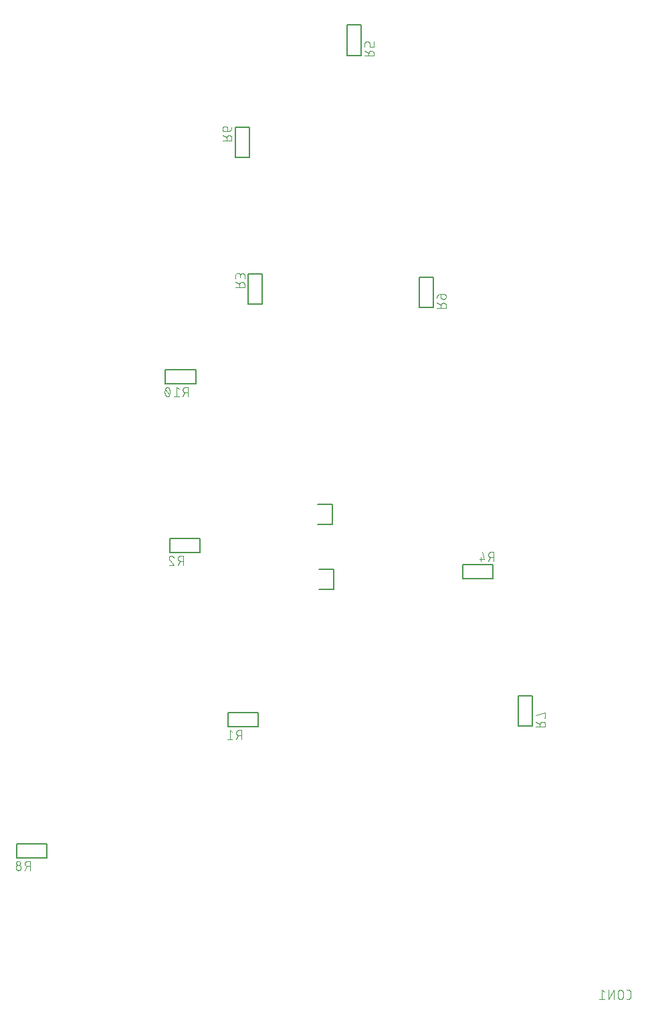
<source format=gbr>
G04 EAGLE Gerber RS-274X export*
G75*
%MOMM*%
%FSLAX34Y34*%
%LPD*%
%INSilkscreen Bottom*%
%IPPOS*%
%AMOC8*
5,1,8,0,0,1.08239X$1,22.5*%
G01*
%ADD10C,0.101600*%
%ADD11C,0.152400*%
%ADD12C,0.127000*%


D10*
X825229Y81958D02*
X827826Y81958D01*
X827925Y81960D01*
X828025Y81966D01*
X828124Y81975D01*
X828222Y81988D01*
X828320Y82005D01*
X828418Y82026D01*
X828514Y82051D01*
X828609Y82079D01*
X828703Y82111D01*
X828796Y82146D01*
X828888Y82185D01*
X828978Y82228D01*
X829066Y82273D01*
X829153Y82323D01*
X829237Y82375D01*
X829320Y82431D01*
X829400Y82489D01*
X829478Y82551D01*
X829553Y82616D01*
X829626Y82684D01*
X829696Y82754D01*
X829764Y82827D01*
X829829Y82902D01*
X829891Y82980D01*
X829949Y83060D01*
X830005Y83143D01*
X830057Y83227D01*
X830107Y83314D01*
X830152Y83402D01*
X830195Y83492D01*
X830234Y83584D01*
X830269Y83677D01*
X830301Y83771D01*
X830329Y83866D01*
X830354Y83962D01*
X830375Y84060D01*
X830392Y84158D01*
X830405Y84256D01*
X830414Y84355D01*
X830420Y84455D01*
X830422Y84554D01*
X830422Y91046D01*
X830420Y91145D01*
X830414Y91245D01*
X830405Y91344D01*
X830392Y91442D01*
X830375Y91540D01*
X830354Y91638D01*
X830329Y91734D01*
X830301Y91829D01*
X830269Y91923D01*
X830234Y92016D01*
X830195Y92108D01*
X830152Y92198D01*
X830107Y92286D01*
X830057Y92373D01*
X830005Y92457D01*
X829949Y92540D01*
X829891Y92620D01*
X829829Y92698D01*
X829764Y92773D01*
X829696Y92846D01*
X829626Y92916D01*
X829553Y92984D01*
X829478Y93049D01*
X829400Y93111D01*
X829320Y93169D01*
X829237Y93225D01*
X829153Y93277D01*
X829066Y93327D01*
X828978Y93372D01*
X828888Y93415D01*
X828796Y93454D01*
X828703Y93489D01*
X828609Y93521D01*
X828514Y93549D01*
X828418Y93574D01*
X828320Y93595D01*
X828222Y93612D01*
X828124Y93625D01*
X828025Y93634D01*
X827925Y93640D01*
X827826Y93642D01*
X825229Y93642D01*
X820864Y90396D02*
X820864Y85204D01*
X820864Y90396D02*
X820862Y90509D01*
X820856Y90622D01*
X820846Y90735D01*
X820832Y90848D01*
X820815Y90960D01*
X820793Y91071D01*
X820768Y91181D01*
X820738Y91291D01*
X820705Y91399D01*
X820668Y91506D01*
X820628Y91612D01*
X820583Y91716D01*
X820535Y91819D01*
X820484Y91920D01*
X820429Y92019D01*
X820371Y92116D01*
X820309Y92211D01*
X820244Y92304D01*
X820176Y92394D01*
X820105Y92482D01*
X820030Y92568D01*
X819953Y92651D01*
X819873Y92731D01*
X819790Y92808D01*
X819704Y92883D01*
X819616Y92954D01*
X819526Y93022D01*
X819433Y93087D01*
X819338Y93149D01*
X819241Y93207D01*
X819142Y93262D01*
X819041Y93313D01*
X818938Y93361D01*
X818834Y93406D01*
X818728Y93446D01*
X818621Y93483D01*
X818513Y93516D01*
X818403Y93546D01*
X818293Y93571D01*
X818182Y93593D01*
X818070Y93610D01*
X817957Y93624D01*
X817844Y93634D01*
X817731Y93640D01*
X817618Y93642D01*
X817505Y93640D01*
X817392Y93634D01*
X817279Y93624D01*
X817166Y93610D01*
X817054Y93593D01*
X816943Y93571D01*
X816833Y93546D01*
X816723Y93516D01*
X816615Y93483D01*
X816508Y93446D01*
X816402Y93406D01*
X816298Y93361D01*
X816195Y93313D01*
X816094Y93262D01*
X815995Y93207D01*
X815898Y93149D01*
X815803Y93087D01*
X815710Y93022D01*
X815620Y92954D01*
X815532Y92883D01*
X815446Y92808D01*
X815363Y92731D01*
X815283Y92651D01*
X815206Y92568D01*
X815131Y92482D01*
X815060Y92394D01*
X814992Y92304D01*
X814927Y92211D01*
X814865Y92116D01*
X814807Y92019D01*
X814752Y91920D01*
X814701Y91819D01*
X814653Y91716D01*
X814608Y91612D01*
X814568Y91506D01*
X814531Y91399D01*
X814498Y91291D01*
X814468Y91181D01*
X814443Y91071D01*
X814421Y90960D01*
X814404Y90848D01*
X814390Y90735D01*
X814380Y90622D01*
X814374Y90509D01*
X814372Y90396D01*
X814373Y90396D02*
X814373Y85204D01*
X814372Y85204D02*
X814374Y85091D01*
X814380Y84978D01*
X814390Y84865D01*
X814404Y84752D01*
X814421Y84640D01*
X814443Y84529D01*
X814468Y84419D01*
X814498Y84309D01*
X814531Y84201D01*
X814568Y84094D01*
X814608Y83988D01*
X814653Y83884D01*
X814701Y83781D01*
X814752Y83680D01*
X814807Y83581D01*
X814865Y83484D01*
X814927Y83389D01*
X814992Y83296D01*
X815060Y83206D01*
X815131Y83118D01*
X815206Y83032D01*
X815283Y82949D01*
X815363Y82869D01*
X815446Y82792D01*
X815532Y82717D01*
X815620Y82646D01*
X815710Y82578D01*
X815803Y82513D01*
X815898Y82451D01*
X815995Y82393D01*
X816094Y82338D01*
X816195Y82287D01*
X816298Y82239D01*
X816402Y82194D01*
X816508Y82154D01*
X816615Y82117D01*
X816723Y82084D01*
X816833Y82054D01*
X816943Y82029D01*
X817054Y82007D01*
X817166Y81990D01*
X817279Y81976D01*
X817392Y81966D01*
X817505Y81960D01*
X817618Y81958D01*
X817731Y81960D01*
X817844Y81966D01*
X817957Y81976D01*
X818070Y81990D01*
X818182Y82007D01*
X818293Y82029D01*
X818403Y82054D01*
X818513Y82084D01*
X818621Y82117D01*
X818728Y82154D01*
X818834Y82194D01*
X818938Y82239D01*
X819041Y82287D01*
X819142Y82338D01*
X819241Y82393D01*
X819338Y82451D01*
X819433Y82513D01*
X819526Y82578D01*
X819616Y82646D01*
X819704Y82717D01*
X819790Y82792D01*
X819873Y82869D01*
X819953Y82949D01*
X820030Y83032D01*
X820105Y83118D01*
X820176Y83206D01*
X820244Y83296D01*
X820309Y83389D01*
X820371Y83484D01*
X820429Y83581D01*
X820484Y83680D01*
X820535Y83781D01*
X820583Y83884D01*
X820628Y83988D01*
X820668Y84094D01*
X820705Y84201D01*
X820738Y84309D01*
X820768Y84419D01*
X820793Y84529D01*
X820815Y84640D01*
X820832Y84752D01*
X820846Y84865D01*
X820856Y84978D01*
X820862Y85091D01*
X820864Y85204D01*
X809053Y81958D02*
X809053Y93642D01*
X802562Y81958D01*
X802562Y93642D01*
X797242Y91046D02*
X793996Y93642D01*
X793996Y81958D01*
X790751Y81958D02*
X797242Y81958D01*
D11*
X453160Y681980D02*
X434110Y681980D01*
X453160Y681980D02*
X453160Y707380D01*
X434110Y707380D01*
X435600Y600320D02*
X454650Y600320D01*
X454650Y625720D01*
X435600Y625720D01*
D12*
X359050Y444090D02*
X320610Y444090D01*
X359050Y444090D02*
X359050Y426310D01*
X320610Y426310D01*
X320610Y444090D01*
D10*
X337695Y421992D02*
X337695Y410308D01*
X337695Y421992D02*
X334450Y421992D01*
X334337Y421990D01*
X334224Y421984D01*
X334111Y421974D01*
X333998Y421960D01*
X333886Y421943D01*
X333775Y421921D01*
X333665Y421896D01*
X333555Y421866D01*
X333447Y421833D01*
X333340Y421796D01*
X333234Y421756D01*
X333130Y421711D01*
X333027Y421663D01*
X332926Y421612D01*
X332827Y421557D01*
X332730Y421499D01*
X332635Y421437D01*
X332542Y421372D01*
X332452Y421304D01*
X332364Y421233D01*
X332278Y421158D01*
X332195Y421081D01*
X332115Y421001D01*
X332038Y420918D01*
X331963Y420832D01*
X331892Y420744D01*
X331824Y420654D01*
X331759Y420561D01*
X331697Y420466D01*
X331639Y420369D01*
X331584Y420270D01*
X331533Y420169D01*
X331485Y420066D01*
X331440Y419962D01*
X331400Y419856D01*
X331363Y419749D01*
X331330Y419641D01*
X331300Y419531D01*
X331275Y419421D01*
X331253Y419310D01*
X331236Y419198D01*
X331222Y419085D01*
X331212Y418972D01*
X331206Y418859D01*
X331204Y418746D01*
X331206Y418633D01*
X331212Y418520D01*
X331222Y418407D01*
X331236Y418294D01*
X331253Y418182D01*
X331275Y418071D01*
X331300Y417961D01*
X331330Y417851D01*
X331363Y417743D01*
X331400Y417636D01*
X331440Y417530D01*
X331485Y417426D01*
X331533Y417323D01*
X331584Y417222D01*
X331639Y417123D01*
X331697Y417026D01*
X331759Y416931D01*
X331824Y416838D01*
X331892Y416748D01*
X331963Y416660D01*
X332038Y416574D01*
X332115Y416491D01*
X332195Y416411D01*
X332278Y416334D01*
X332364Y416259D01*
X332452Y416188D01*
X332542Y416120D01*
X332635Y416055D01*
X332730Y415993D01*
X332827Y415935D01*
X332926Y415880D01*
X333027Y415829D01*
X333130Y415781D01*
X333234Y415736D01*
X333340Y415696D01*
X333447Y415659D01*
X333555Y415626D01*
X333665Y415596D01*
X333775Y415571D01*
X333886Y415549D01*
X333998Y415532D01*
X334111Y415518D01*
X334224Y415508D01*
X334337Y415502D01*
X334450Y415500D01*
X334450Y415501D02*
X337695Y415501D01*
X333801Y415501D02*
X331204Y410308D01*
X326339Y419396D02*
X323094Y421992D01*
X323094Y410308D01*
X326339Y410308D02*
X319848Y410308D01*
D12*
X279950Y877690D02*
X241510Y877690D01*
X279950Y877690D02*
X279950Y859910D01*
X241510Y859910D01*
X241510Y877690D01*
D10*
X270025Y855592D02*
X270025Y843908D01*
X270025Y855592D02*
X266780Y855592D01*
X266667Y855590D01*
X266554Y855584D01*
X266441Y855574D01*
X266328Y855560D01*
X266216Y855543D01*
X266105Y855521D01*
X265995Y855496D01*
X265885Y855466D01*
X265777Y855433D01*
X265670Y855396D01*
X265564Y855356D01*
X265460Y855311D01*
X265357Y855263D01*
X265256Y855212D01*
X265157Y855157D01*
X265060Y855099D01*
X264965Y855037D01*
X264872Y854972D01*
X264782Y854904D01*
X264694Y854833D01*
X264608Y854758D01*
X264525Y854681D01*
X264445Y854601D01*
X264368Y854518D01*
X264293Y854432D01*
X264222Y854344D01*
X264154Y854254D01*
X264089Y854161D01*
X264027Y854066D01*
X263969Y853969D01*
X263914Y853870D01*
X263863Y853769D01*
X263815Y853666D01*
X263770Y853562D01*
X263730Y853456D01*
X263693Y853349D01*
X263660Y853241D01*
X263630Y853131D01*
X263605Y853021D01*
X263583Y852910D01*
X263566Y852798D01*
X263552Y852685D01*
X263542Y852572D01*
X263536Y852459D01*
X263534Y852346D01*
X263536Y852233D01*
X263542Y852120D01*
X263552Y852007D01*
X263566Y851894D01*
X263583Y851782D01*
X263605Y851671D01*
X263630Y851561D01*
X263660Y851451D01*
X263693Y851343D01*
X263730Y851236D01*
X263770Y851130D01*
X263815Y851026D01*
X263863Y850923D01*
X263914Y850822D01*
X263969Y850723D01*
X264027Y850626D01*
X264089Y850531D01*
X264154Y850438D01*
X264222Y850348D01*
X264293Y850260D01*
X264368Y850174D01*
X264445Y850091D01*
X264525Y850011D01*
X264608Y849934D01*
X264694Y849859D01*
X264782Y849788D01*
X264872Y849720D01*
X264965Y849655D01*
X265060Y849593D01*
X265157Y849535D01*
X265256Y849480D01*
X265357Y849429D01*
X265460Y849381D01*
X265564Y849336D01*
X265670Y849296D01*
X265777Y849259D01*
X265885Y849226D01*
X265995Y849196D01*
X266105Y849171D01*
X266216Y849149D01*
X266328Y849132D01*
X266441Y849118D01*
X266554Y849108D01*
X266667Y849102D01*
X266780Y849100D01*
X266780Y849101D02*
X270025Y849101D01*
X266131Y849101D02*
X263534Y843908D01*
X258669Y852996D02*
X255424Y855592D01*
X255424Y843908D01*
X258669Y843908D02*
X252178Y843908D01*
X247240Y849750D02*
X247237Y849980D01*
X247229Y850210D01*
X247215Y850439D01*
X247196Y850668D01*
X247171Y850897D01*
X247141Y851125D01*
X247106Y851352D01*
X247065Y851578D01*
X247019Y851803D01*
X246967Y852027D01*
X246910Y852250D01*
X246848Y852471D01*
X246780Y852691D01*
X246707Y852909D01*
X246629Y853125D01*
X246546Y853339D01*
X246458Y853552D01*
X246365Y853762D01*
X246266Y853969D01*
X246233Y854059D01*
X246197Y854148D01*
X246157Y854236D01*
X246113Y854321D01*
X246066Y854405D01*
X246016Y854487D01*
X245962Y854567D01*
X245906Y854644D01*
X245846Y854720D01*
X245783Y854793D01*
X245718Y854863D01*
X245649Y854931D01*
X245578Y854995D01*
X245505Y855057D01*
X245429Y855116D01*
X245351Y855172D01*
X245270Y855225D01*
X245188Y855274D01*
X245104Y855320D01*
X245017Y855363D01*
X244930Y855402D01*
X244840Y855438D01*
X244750Y855470D01*
X244658Y855498D01*
X244565Y855523D01*
X244471Y855544D01*
X244377Y855561D01*
X244282Y855575D01*
X244186Y855584D01*
X244090Y855590D01*
X243994Y855592D01*
X243898Y855590D01*
X243802Y855584D01*
X243706Y855575D01*
X243611Y855561D01*
X243517Y855544D01*
X243423Y855523D01*
X243330Y855498D01*
X243238Y855470D01*
X243148Y855438D01*
X243058Y855402D01*
X242971Y855363D01*
X242884Y855320D01*
X242800Y855274D01*
X242718Y855225D01*
X242637Y855172D01*
X242559Y855116D01*
X242483Y855057D01*
X242410Y854995D01*
X242339Y854931D01*
X242270Y854863D01*
X242205Y854793D01*
X242142Y854720D01*
X242082Y854645D01*
X242026Y854567D01*
X241972Y854487D01*
X241922Y854405D01*
X241875Y854321D01*
X241832Y854236D01*
X241791Y854148D01*
X241755Y854059D01*
X241722Y853969D01*
X241623Y853761D01*
X241530Y853551D01*
X241442Y853339D01*
X241359Y853125D01*
X241281Y852908D01*
X241208Y852690D01*
X241140Y852471D01*
X241078Y852249D01*
X241021Y852027D01*
X240969Y851803D01*
X240923Y851578D01*
X240882Y851352D01*
X240847Y851124D01*
X240817Y850897D01*
X240792Y850668D01*
X240773Y850439D01*
X240759Y850210D01*
X240751Y849980D01*
X240748Y849750D01*
X247239Y849750D02*
X247236Y849520D01*
X247228Y849290D01*
X247214Y849061D01*
X247195Y848832D01*
X247170Y848603D01*
X247140Y848375D01*
X247105Y848148D01*
X247064Y847922D01*
X247018Y847697D01*
X246966Y847473D01*
X246909Y847250D01*
X246847Y847029D01*
X246779Y846809D01*
X246706Y846591D01*
X246628Y846375D01*
X246545Y846161D01*
X246457Y845949D01*
X246364Y845738D01*
X246265Y845531D01*
X246266Y845531D02*
X246233Y845441D01*
X246197Y845352D01*
X246156Y845264D01*
X246113Y845179D01*
X246066Y845095D01*
X246016Y845013D01*
X245962Y844933D01*
X245906Y844856D01*
X245846Y844780D01*
X245783Y844707D01*
X245718Y844637D01*
X245649Y844569D01*
X245578Y844505D01*
X245505Y844443D01*
X245429Y844384D01*
X245351Y844328D01*
X245270Y844275D01*
X245188Y844226D01*
X245104Y844180D01*
X245017Y844137D01*
X244930Y844098D01*
X244840Y844062D01*
X244750Y844030D01*
X244658Y844002D01*
X244565Y843977D01*
X244471Y843956D01*
X244377Y843939D01*
X244282Y843925D01*
X244186Y843916D01*
X244090Y843910D01*
X243994Y843908D01*
X241722Y845531D02*
X241623Y845738D01*
X241530Y845949D01*
X241442Y846161D01*
X241359Y846375D01*
X241281Y846591D01*
X241208Y846809D01*
X241140Y847029D01*
X241078Y847250D01*
X241021Y847473D01*
X240969Y847697D01*
X240923Y847922D01*
X240882Y848148D01*
X240847Y848375D01*
X240817Y848603D01*
X240792Y848832D01*
X240773Y849061D01*
X240759Y849290D01*
X240751Y849520D01*
X240748Y849750D01*
X241722Y845531D02*
X241755Y845441D01*
X241791Y845352D01*
X241832Y845264D01*
X241875Y845179D01*
X241922Y845095D01*
X241972Y845013D01*
X242026Y844933D01*
X242082Y844855D01*
X242142Y844780D01*
X242205Y844707D01*
X242270Y844637D01*
X242339Y844569D01*
X242410Y844505D01*
X242483Y844443D01*
X242559Y844384D01*
X242637Y844328D01*
X242718Y844275D01*
X242800Y844226D01*
X242884Y844180D01*
X242971Y844137D01*
X243058Y844098D01*
X243148Y844062D01*
X243238Y844030D01*
X243330Y844002D01*
X243423Y843977D01*
X243517Y843956D01*
X243611Y843939D01*
X243706Y843925D01*
X243802Y843916D01*
X243898Y843910D01*
X243994Y843908D01*
X246590Y846504D02*
X241397Y852996D01*
D12*
X246810Y664490D02*
X285250Y664490D01*
X285250Y646710D01*
X246810Y646710D01*
X246810Y664490D01*
D10*
X263895Y642392D02*
X263895Y630708D01*
X263895Y642392D02*
X260650Y642392D01*
X260537Y642390D01*
X260424Y642384D01*
X260311Y642374D01*
X260198Y642360D01*
X260086Y642343D01*
X259975Y642321D01*
X259865Y642296D01*
X259755Y642266D01*
X259647Y642233D01*
X259540Y642196D01*
X259434Y642156D01*
X259330Y642111D01*
X259227Y642063D01*
X259126Y642012D01*
X259027Y641957D01*
X258930Y641899D01*
X258835Y641837D01*
X258742Y641772D01*
X258652Y641704D01*
X258564Y641633D01*
X258478Y641558D01*
X258395Y641481D01*
X258315Y641401D01*
X258238Y641318D01*
X258163Y641232D01*
X258092Y641144D01*
X258024Y641054D01*
X257959Y640961D01*
X257897Y640866D01*
X257839Y640769D01*
X257784Y640670D01*
X257733Y640569D01*
X257685Y640466D01*
X257640Y640362D01*
X257600Y640256D01*
X257563Y640149D01*
X257530Y640041D01*
X257500Y639931D01*
X257475Y639821D01*
X257453Y639710D01*
X257436Y639598D01*
X257422Y639485D01*
X257412Y639372D01*
X257406Y639259D01*
X257404Y639146D01*
X257406Y639033D01*
X257412Y638920D01*
X257422Y638807D01*
X257436Y638694D01*
X257453Y638582D01*
X257475Y638471D01*
X257500Y638361D01*
X257530Y638251D01*
X257563Y638143D01*
X257600Y638036D01*
X257640Y637930D01*
X257685Y637826D01*
X257733Y637723D01*
X257784Y637622D01*
X257839Y637523D01*
X257897Y637426D01*
X257959Y637331D01*
X258024Y637238D01*
X258092Y637148D01*
X258163Y637060D01*
X258238Y636974D01*
X258315Y636891D01*
X258395Y636811D01*
X258478Y636734D01*
X258564Y636659D01*
X258652Y636588D01*
X258742Y636520D01*
X258835Y636455D01*
X258930Y636393D01*
X259027Y636335D01*
X259126Y636280D01*
X259227Y636229D01*
X259330Y636181D01*
X259434Y636136D01*
X259540Y636096D01*
X259647Y636059D01*
X259755Y636026D01*
X259865Y635996D01*
X259975Y635971D01*
X260086Y635949D01*
X260198Y635932D01*
X260311Y635918D01*
X260424Y635908D01*
X260537Y635902D01*
X260650Y635900D01*
X260650Y635901D02*
X263895Y635901D01*
X260001Y635901D02*
X257404Y630708D01*
X246048Y639471D02*
X246050Y639578D01*
X246056Y639684D01*
X246066Y639790D01*
X246079Y639896D01*
X246097Y640002D01*
X246118Y640106D01*
X246143Y640210D01*
X246172Y640313D01*
X246204Y640414D01*
X246241Y640514D01*
X246281Y640613D01*
X246324Y640711D01*
X246371Y640807D01*
X246422Y640901D01*
X246476Y640993D01*
X246533Y641083D01*
X246593Y641171D01*
X246657Y641256D01*
X246724Y641339D01*
X246794Y641420D01*
X246866Y641498D01*
X246942Y641574D01*
X247020Y641646D01*
X247101Y641716D01*
X247184Y641783D01*
X247269Y641847D01*
X247357Y641907D01*
X247447Y641964D01*
X247539Y642018D01*
X247633Y642069D01*
X247729Y642116D01*
X247827Y642159D01*
X247926Y642199D01*
X248026Y642236D01*
X248127Y642268D01*
X248230Y642297D01*
X248334Y642322D01*
X248438Y642343D01*
X248544Y642361D01*
X248650Y642374D01*
X248756Y642384D01*
X248862Y642390D01*
X248969Y642392D01*
X249090Y642390D01*
X249211Y642384D01*
X249331Y642374D01*
X249452Y642361D01*
X249571Y642343D01*
X249691Y642322D01*
X249809Y642297D01*
X249926Y642268D01*
X250043Y642235D01*
X250158Y642199D01*
X250272Y642158D01*
X250385Y642115D01*
X250497Y642067D01*
X250606Y642016D01*
X250714Y641961D01*
X250821Y641903D01*
X250925Y641842D01*
X251027Y641777D01*
X251127Y641709D01*
X251225Y641638D01*
X251321Y641564D01*
X251414Y641487D01*
X251504Y641406D01*
X251592Y641323D01*
X251677Y641237D01*
X251760Y641148D01*
X251839Y641057D01*
X251916Y640963D01*
X251989Y640867D01*
X252059Y640769D01*
X252126Y640668D01*
X252190Y640565D01*
X252251Y640460D01*
X252308Y640353D01*
X252361Y640245D01*
X252411Y640135D01*
X252457Y640023D01*
X252500Y639910D01*
X252539Y639795D01*
X247022Y637199D02*
X246943Y637277D01*
X246867Y637357D01*
X246794Y637440D01*
X246724Y637526D01*
X246657Y637613D01*
X246593Y637704D01*
X246533Y637796D01*
X246475Y637890D01*
X246421Y637987D01*
X246371Y638085D01*
X246324Y638185D01*
X246280Y638286D01*
X246240Y638389D01*
X246204Y638494D01*
X246172Y638599D01*
X246143Y638706D01*
X246118Y638813D01*
X246096Y638922D01*
X246079Y639031D01*
X246065Y639140D01*
X246056Y639250D01*
X246050Y639361D01*
X246048Y639471D01*
X247022Y637199D02*
X252539Y630708D01*
X246048Y630708D01*
D12*
X363790Y960650D02*
X363790Y999090D01*
X363790Y960650D02*
X346010Y960650D01*
X346010Y999090D01*
X363790Y999090D01*
D10*
X341692Y982005D02*
X330008Y982005D01*
X341692Y982005D02*
X341692Y985250D01*
X341690Y985363D01*
X341684Y985476D01*
X341674Y985589D01*
X341660Y985702D01*
X341643Y985814D01*
X341621Y985925D01*
X341596Y986035D01*
X341566Y986145D01*
X341533Y986253D01*
X341496Y986360D01*
X341456Y986466D01*
X341411Y986570D01*
X341363Y986673D01*
X341312Y986774D01*
X341257Y986873D01*
X341199Y986970D01*
X341137Y987065D01*
X341072Y987158D01*
X341004Y987248D01*
X340933Y987336D01*
X340858Y987422D01*
X340781Y987505D01*
X340701Y987585D01*
X340618Y987662D01*
X340532Y987737D01*
X340444Y987808D01*
X340354Y987876D01*
X340261Y987941D01*
X340166Y988003D01*
X340069Y988061D01*
X339970Y988116D01*
X339869Y988167D01*
X339766Y988215D01*
X339662Y988260D01*
X339556Y988300D01*
X339449Y988337D01*
X339341Y988370D01*
X339231Y988400D01*
X339121Y988425D01*
X339010Y988447D01*
X338898Y988464D01*
X338785Y988478D01*
X338672Y988488D01*
X338559Y988494D01*
X338446Y988496D01*
X338333Y988494D01*
X338220Y988488D01*
X338107Y988478D01*
X337994Y988464D01*
X337882Y988447D01*
X337771Y988425D01*
X337661Y988400D01*
X337551Y988370D01*
X337443Y988337D01*
X337336Y988300D01*
X337230Y988260D01*
X337126Y988215D01*
X337023Y988167D01*
X336922Y988116D01*
X336823Y988061D01*
X336726Y988003D01*
X336631Y987941D01*
X336538Y987876D01*
X336448Y987808D01*
X336360Y987737D01*
X336274Y987662D01*
X336191Y987585D01*
X336111Y987505D01*
X336034Y987422D01*
X335959Y987336D01*
X335888Y987248D01*
X335820Y987158D01*
X335755Y987065D01*
X335693Y986970D01*
X335635Y986873D01*
X335580Y986774D01*
X335529Y986673D01*
X335481Y986570D01*
X335436Y986466D01*
X335396Y986360D01*
X335359Y986253D01*
X335326Y986145D01*
X335296Y986035D01*
X335271Y985925D01*
X335249Y985814D01*
X335232Y985702D01*
X335218Y985589D01*
X335208Y985476D01*
X335202Y985363D01*
X335200Y985250D01*
X335201Y985250D02*
X335201Y982005D01*
X335201Y985899D02*
X330008Y988496D01*
X330008Y993361D02*
X330008Y996606D01*
X330010Y996719D01*
X330016Y996832D01*
X330026Y996945D01*
X330040Y997058D01*
X330057Y997170D01*
X330079Y997281D01*
X330104Y997391D01*
X330134Y997501D01*
X330167Y997609D01*
X330204Y997716D01*
X330244Y997822D01*
X330289Y997926D01*
X330337Y998029D01*
X330388Y998130D01*
X330443Y998229D01*
X330501Y998326D01*
X330563Y998421D01*
X330628Y998514D01*
X330696Y998604D01*
X330767Y998692D01*
X330842Y998778D01*
X330919Y998861D01*
X330999Y998941D01*
X331082Y999018D01*
X331168Y999093D01*
X331256Y999164D01*
X331346Y999232D01*
X331439Y999297D01*
X331534Y999359D01*
X331631Y999417D01*
X331730Y999472D01*
X331831Y999523D01*
X331934Y999571D01*
X332038Y999616D01*
X332144Y999656D01*
X332251Y999693D01*
X332359Y999726D01*
X332469Y999756D01*
X332579Y999781D01*
X332690Y999803D01*
X332802Y999820D01*
X332915Y999834D01*
X333028Y999844D01*
X333141Y999850D01*
X333254Y999852D01*
X333367Y999850D01*
X333480Y999844D01*
X333593Y999834D01*
X333706Y999820D01*
X333818Y999803D01*
X333929Y999781D01*
X334039Y999756D01*
X334149Y999726D01*
X334257Y999693D01*
X334364Y999656D01*
X334470Y999616D01*
X334574Y999571D01*
X334677Y999523D01*
X334778Y999472D01*
X334877Y999417D01*
X334974Y999359D01*
X335069Y999297D01*
X335162Y999232D01*
X335252Y999164D01*
X335340Y999093D01*
X335426Y999018D01*
X335509Y998941D01*
X335589Y998861D01*
X335666Y998778D01*
X335741Y998692D01*
X335812Y998604D01*
X335880Y998514D01*
X335945Y998421D01*
X336007Y998326D01*
X336065Y998229D01*
X336120Y998130D01*
X336171Y998029D01*
X336219Y997926D01*
X336264Y997822D01*
X336304Y997716D01*
X336341Y997609D01*
X336374Y997501D01*
X336404Y997391D01*
X336429Y997281D01*
X336451Y997170D01*
X336468Y997058D01*
X336482Y996945D01*
X336492Y996832D01*
X336498Y996719D01*
X336500Y996606D01*
X341692Y997256D02*
X341692Y993361D01*
X341692Y997256D02*
X341690Y997357D01*
X341684Y997457D01*
X341674Y997557D01*
X341661Y997657D01*
X341643Y997756D01*
X341622Y997855D01*
X341597Y997952D01*
X341568Y998049D01*
X341535Y998144D01*
X341499Y998238D01*
X341459Y998330D01*
X341416Y998421D01*
X341369Y998510D01*
X341319Y998597D01*
X341265Y998683D01*
X341208Y998766D01*
X341148Y998846D01*
X341085Y998925D01*
X341018Y999001D01*
X340949Y999074D01*
X340877Y999144D01*
X340803Y999212D01*
X340726Y999277D01*
X340646Y999338D01*
X340564Y999397D01*
X340480Y999452D01*
X340394Y999504D01*
X340306Y999553D01*
X340216Y999598D01*
X340124Y999640D01*
X340031Y999678D01*
X339936Y999712D01*
X339841Y999743D01*
X339744Y999770D01*
X339646Y999793D01*
X339547Y999813D01*
X339447Y999828D01*
X339347Y999840D01*
X339247Y999848D01*
X339146Y999852D01*
X339046Y999852D01*
X338945Y999848D01*
X338845Y999840D01*
X338745Y999828D01*
X338645Y999813D01*
X338546Y999793D01*
X338448Y999770D01*
X338351Y999743D01*
X338256Y999712D01*
X338161Y999678D01*
X338068Y999640D01*
X337976Y999598D01*
X337886Y999553D01*
X337798Y999504D01*
X337712Y999452D01*
X337628Y999397D01*
X337546Y999338D01*
X337466Y999277D01*
X337389Y999212D01*
X337315Y999144D01*
X337243Y999074D01*
X337174Y999001D01*
X337107Y998925D01*
X337044Y998846D01*
X336984Y998766D01*
X336927Y998683D01*
X336873Y998597D01*
X336823Y998510D01*
X336776Y998421D01*
X336733Y998330D01*
X336693Y998238D01*
X336657Y998144D01*
X336624Y998049D01*
X336595Y997952D01*
X336570Y997855D01*
X336549Y997756D01*
X336531Y997657D01*
X336518Y997557D01*
X336508Y997457D01*
X336502Y997357D01*
X336500Y997256D01*
X336499Y997256D02*
X336499Y994659D01*
D12*
X617650Y613410D02*
X656090Y613410D01*
X617650Y613410D02*
X617650Y631190D01*
X656090Y631190D01*
X656090Y613410D01*
D10*
X656852Y635508D02*
X656852Y647192D01*
X653606Y647192D01*
X653493Y647190D01*
X653380Y647184D01*
X653267Y647174D01*
X653154Y647160D01*
X653042Y647143D01*
X652931Y647121D01*
X652821Y647096D01*
X652711Y647066D01*
X652603Y647033D01*
X652496Y646996D01*
X652390Y646956D01*
X652286Y646911D01*
X652183Y646863D01*
X652082Y646812D01*
X651983Y646757D01*
X651886Y646699D01*
X651791Y646637D01*
X651698Y646572D01*
X651608Y646504D01*
X651520Y646433D01*
X651434Y646358D01*
X651351Y646281D01*
X651271Y646201D01*
X651194Y646118D01*
X651119Y646032D01*
X651048Y645944D01*
X650980Y645854D01*
X650915Y645761D01*
X650853Y645666D01*
X650795Y645569D01*
X650740Y645470D01*
X650689Y645369D01*
X650641Y645266D01*
X650596Y645162D01*
X650556Y645056D01*
X650519Y644949D01*
X650486Y644841D01*
X650456Y644731D01*
X650431Y644621D01*
X650409Y644510D01*
X650392Y644398D01*
X650378Y644285D01*
X650368Y644172D01*
X650362Y644059D01*
X650360Y643946D01*
X650362Y643833D01*
X650368Y643720D01*
X650378Y643607D01*
X650392Y643494D01*
X650409Y643382D01*
X650431Y643271D01*
X650456Y643161D01*
X650486Y643051D01*
X650519Y642943D01*
X650556Y642836D01*
X650596Y642730D01*
X650641Y642626D01*
X650689Y642523D01*
X650740Y642422D01*
X650795Y642323D01*
X650853Y642226D01*
X650915Y642131D01*
X650980Y642038D01*
X651048Y641948D01*
X651119Y641860D01*
X651194Y641774D01*
X651271Y641691D01*
X651351Y641611D01*
X651434Y641534D01*
X651520Y641459D01*
X651608Y641388D01*
X651698Y641320D01*
X651791Y641255D01*
X651886Y641193D01*
X651983Y641135D01*
X652082Y641080D01*
X652183Y641029D01*
X652286Y640981D01*
X652390Y640936D01*
X652496Y640896D01*
X652603Y640859D01*
X652711Y640826D01*
X652821Y640796D01*
X652931Y640771D01*
X653042Y640749D01*
X653154Y640732D01*
X653267Y640718D01*
X653380Y640708D01*
X653493Y640702D01*
X653606Y640700D01*
X653606Y640701D02*
X656852Y640701D01*
X652957Y640701D02*
X650361Y635508D01*
X645496Y638104D02*
X642899Y647192D01*
X645496Y638104D02*
X639005Y638104D01*
X640952Y640701D02*
X640952Y635508D01*
D12*
X471710Y1275310D02*
X471710Y1313750D01*
X489490Y1313750D01*
X489490Y1275310D01*
X471710Y1275310D01*
D10*
X493808Y1274548D02*
X505492Y1274548D01*
X505492Y1277794D01*
X505490Y1277907D01*
X505484Y1278020D01*
X505474Y1278133D01*
X505460Y1278246D01*
X505443Y1278358D01*
X505421Y1278469D01*
X505396Y1278579D01*
X505366Y1278689D01*
X505333Y1278797D01*
X505296Y1278904D01*
X505256Y1279010D01*
X505211Y1279114D01*
X505163Y1279217D01*
X505112Y1279318D01*
X505057Y1279417D01*
X504999Y1279514D01*
X504937Y1279609D01*
X504872Y1279702D01*
X504804Y1279792D01*
X504733Y1279880D01*
X504658Y1279966D01*
X504581Y1280049D01*
X504501Y1280129D01*
X504418Y1280206D01*
X504332Y1280281D01*
X504244Y1280352D01*
X504154Y1280420D01*
X504061Y1280485D01*
X503966Y1280547D01*
X503869Y1280605D01*
X503770Y1280660D01*
X503669Y1280711D01*
X503566Y1280759D01*
X503462Y1280804D01*
X503356Y1280844D01*
X503249Y1280881D01*
X503141Y1280914D01*
X503031Y1280944D01*
X502921Y1280969D01*
X502810Y1280991D01*
X502698Y1281008D01*
X502585Y1281022D01*
X502472Y1281032D01*
X502359Y1281038D01*
X502246Y1281040D01*
X502133Y1281038D01*
X502020Y1281032D01*
X501907Y1281022D01*
X501794Y1281008D01*
X501682Y1280991D01*
X501571Y1280969D01*
X501461Y1280944D01*
X501351Y1280914D01*
X501243Y1280881D01*
X501136Y1280844D01*
X501030Y1280804D01*
X500926Y1280759D01*
X500823Y1280711D01*
X500722Y1280660D01*
X500623Y1280605D01*
X500526Y1280547D01*
X500431Y1280485D01*
X500338Y1280420D01*
X500248Y1280352D01*
X500160Y1280281D01*
X500074Y1280206D01*
X499991Y1280129D01*
X499911Y1280049D01*
X499834Y1279966D01*
X499759Y1279880D01*
X499688Y1279792D01*
X499620Y1279702D01*
X499555Y1279609D01*
X499493Y1279514D01*
X499435Y1279417D01*
X499380Y1279318D01*
X499329Y1279217D01*
X499281Y1279114D01*
X499236Y1279010D01*
X499196Y1278904D01*
X499159Y1278797D01*
X499126Y1278689D01*
X499096Y1278579D01*
X499071Y1278469D01*
X499049Y1278358D01*
X499032Y1278246D01*
X499018Y1278133D01*
X499008Y1278020D01*
X499002Y1277907D01*
X499000Y1277794D01*
X499001Y1277794D02*
X499001Y1274548D01*
X499001Y1278443D02*
X493808Y1281039D01*
X493808Y1285904D02*
X493808Y1289799D01*
X493810Y1289898D01*
X493816Y1289998D01*
X493825Y1290097D01*
X493838Y1290195D01*
X493855Y1290293D01*
X493876Y1290391D01*
X493901Y1290487D01*
X493929Y1290582D01*
X493961Y1290676D01*
X493996Y1290769D01*
X494035Y1290861D01*
X494078Y1290951D01*
X494123Y1291039D01*
X494173Y1291126D01*
X494225Y1291210D01*
X494281Y1291293D01*
X494339Y1291373D01*
X494401Y1291451D01*
X494466Y1291526D01*
X494534Y1291599D01*
X494604Y1291669D01*
X494677Y1291737D01*
X494752Y1291802D01*
X494830Y1291864D01*
X494910Y1291922D01*
X494993Y1291978D01*
X495077Y1292030D01*
X495164Y1292080D01*
X495252Y1292125D01*
X495342Y1292168D01*
X495434Y1292207D01*
X495527Y1292242D01*
X495621Y1292274D01*
X495716Y1292302D01*
X495812Y1292327D01*
X495910Y1292348D01*
X496008Y1292365D01*
X496106Y1292378D01*
X496205Y1292387D01*
X496305Y1292393D01*
X496404Y1292395D01*
X497703Y1292395D01*
X497802Y1292393D01*
X497902Y1292387D01*
X498001Y1292378D01*
X498099Y1292365D01*
X498197Y1292348D01*
X498295Y1292327D01*
X498391Y1292302D01*
X498486Y1292274D01*
X498580Y1292242D01*
X498673Y1292207D01*
X498765Y1292168D01*
X498855Y1292125D01*
X498943Y1292080D01*
X499030Y1292030D01*
X499114Y1291978D01*
X499197Y1291922D01*
X499277Y1291864D01*
X499355Y1291802D01*
X499430Y1291737D01*
X499503Y1291669D01*
X499573Y1291599D01*
X499641Y1291526D01*
X499706Y1291451D01*
X499768Y1291373D01*
X499826Y1291293D01*
X499882Y1291210D01*
X499934Y1291126D01*
X499984Y1291039D01*
X500029Y1290951D01*
X500072Y1290861D01*
X500111Y1290769D01*
X500146Y1290676D01*
X500178Y1290582D01*
X500206Y1290487D01*
X500231Y1290391D01*
X500252Y1290293D01*
X500269Y1290195D01*
X500282Y1290097D01*
X500291Y1289998D01*
X500297Y1289898D01*
X500299Y1289799D01*
X500299Y1285904D01*
X505492Y1285904D01*
X505492Y1292395D01*
D12*
X347590Y1184690D02*
X347590Y1146250D01*
X329810Y1146250D01*
X329810Y1184690D01*
X347590Y1184690D01*
D10*
X325492Y1167605D02*
X313808Y1167605D01*
X325492Y1167605D02*
X325492Y1170850D01*
X325490Y1170963D01*
X325484Y1171076D01*
X325474Y1171189D01*
X325460Y1171302D01*
X325443Y1171414D01*
X325421Y1171525D01*
X325396Y1171635D01*
X325366Y1171745D01*
X325333Y1171853D01*
X325296Y1171960D01*
X325256Y1172066D01*
X325211Y1172170D01*
X325163Y1172273D01*
X325112Y1172374D01*
X325057Y1172473D01*
X324999Y1172570D01*
X324937Y1172665D01*
X324872Y1172758D01*
X324804Y1172848D01*
X324733Y1172936D01*
X324658Y1173022D01*
X324581Y1173105D01*
X324501Y1173185D01*
X324418Y1173262D01*
X324332Y1173337D01*
X324244Y1173408D01*
X324154Y1173476D01*
X324061Y1173541D01*
X323966Y1173603D01*
X323869Y1173661D01*
X323770Y1173716D01*
X323669Y1173767D01*
X323566Y1173815D01*
X323462Y1173860D01*
X323356Y1173900D01*
X323249Y1173937D01*
X323141Y1173970D01*
X323031Y1174000D01*
X322921Y1174025D01*
X322810Y1174047D01*
X322698Y1174064D01*
X322585Y1174078D01*
X322472Y1174088D01*
X322359Y1174094D01*
X322246Y1174096D01*
X322133Y1174094D01*
X322020Y1174088D01*
X321907Y1174078D01*
X321794Y1174064D01*
X321682Y1174047D01*
X321571Y1174025D01*
X321461Y1174000D01*
X321351Y1173970D01*
X321243Y1173937D01*
X321136Y1173900D01*
X321030Y1173860D01*
X320926Y1173815D01*
X320823Y1173767D01*
X320722Y1173716D01*
X320623Y1173661D01*
X320526Y1173603D01*
X320431Y1173541D01*
X320338Y1173476D01*
X320248Y1173408D01*
X320160Y1173337D01*
X320074Y1173262D01*
X319991Y1173185D01*
X319911Y1173105D01*
X319834Y1173022D01*
X319759Y1172936D01*
X319688Y1172848D01*
X319620Y1172758D01*
X319555Y1172665D01*
X319493Y1172570D01*
X319435Y1172473D01*
X319380Y1172374D01*
X319329Y1172273D01*
X319281Y1172170D01*
X319236Y1172066D01*
X319196Y1171960D01*
X319159Y1171853D01*
X319126Y1171745D01*
X319096Y1171635D01*
X319071Y1171525D01*
X319049Y1171414D01*
X319032Y1171302D01*
X319018Y1171189D01*
X319008Y1171076D01*
X319002Y1170963D01*
X319000Y1170850D01*
X319001Y1170850D02*
X319001Y1167605D01*
X319001Y1171499D02*
X313808Y1174096D01*
X320299Y1178961D02*
X320299Y1182856D01*
X320297Y1182955D01*
X320291Y1183055D01*
X320282Y1183154D01*
X320269Y1183252D01*
X320252Y1183350D01*
X320231Y1183448D01*
X320206Y1183544D01*
X320178Y1183639D01*
X320146Y1183733D01*
X320111Y1183826D01*
X320072Y1183918D01*
X320029Y1184008D01*
X319984Y1184096D01*
X319934Y1184183D01*
X319882Y1184267D01*
X319826Y1184350D01*
X319768Y1184430D01*
X319706Y1184508D01*
X319641Y1184583D01*
X319573Y1184656D01*
X319503Y1184726D01*
X319430Y1184794D01*
X319355Y1184859D01*
X319277Y1184921D01*
X319197Y1184979D01*
X319114Y1185035D01*
X319030Y1185087D01*
X318943Y1185137D01*
X318855Y1185182D01*
X318765Y1185225D01*
X318673Y1185264D01*
X318580Y1185299D01*
X318486Y1185331D01*
X318391Y1185359D01*
X318295Y1185384D01*
X318197Y1185405D01*
X318099Y1185422D01*
X318001Y1185435D01*
X317902Y1185444D01*
X317802Y1185450D01*
X317703Y1185452D01*
X317054Y1185452D01*
X316941Y1185450D01*
X316828Y1185444D01*
X316715Y1185434D01*
X316602Y1185420D01*
X316490Y1185403D01*
X316379Y1185381D01*
X316269Y1185356D01*
X316159Y1185326D01*
X316051Y1185293D01*
X315944Y1185256D01*
X315838Y1185216D01*
X315734Y1185171D01*
X315631Y1185123D01*
X315530Y1185072D01*
X315431Y1185017D01*
X315334Y1184959D01*
X315239Y1184897D01*
X315146Y1184832D01*
X315056Y1184764D01*
X314968Y1184693D01*
X314882Y1184618D01*
X314799Y1184541D01*
X314719Y1184461D01*
X314642Y1184378D01*
X314567Y1184292D01*
X314496Y1184204D01*
X314428Y1184114D01*
X314363Y1184021D01*
X314301Y1183926D01*
X314243Y1183829D01*
X314188Y1183730D01*
X314137Y1183629D01*
X314089Y1183526D01*
X314044Y1183422D01*
X314004Y1183316D01*
X313967Y1183209D01*
X313934Y1183101D01*
X313904Y1182991D01*
X313879Y1182881D01*
X313857Y1182770D01*
X313840Y1182658D01*
X313826Y1182545D01*
X313816Y1182432D01*
X313810Y1182319D01*
X313808Y1182206D01*
X313810Y1182093D01*
X313816Y1181980D01*
X313826Y1181867D01*
X313840Y1181754D01*
X313857Y1181642D01*
X313879Y1181531D01*
X313904Y1181421D01*
X313934Y1181311D01*
X313967Y1181203D01*
X314004Y1181096D01*
X314044Y1180990D01*
X314089Y1180886D01*
X314137Y1180783D01*
X314188Y1180682D01*
X314243Y1180583D01*
X314301Y1180486D01*
X314363Y1180391D01*
X314428Y1180298D01*
X314496Y1180208D01*
X314567Y1180120D01*
X314642Y1180034D01*
X314719Y1179951D01*
X314799Y1179871D01*
X314882Y1179794D01*
X314968Y1179719D01*
X315056Y1179648D01*
X315146Y1179580D01*
X315239Y1179515D01*
X315334Y1179453D01*
X315431Y1179395D01*
X315530Y1179340D01*
X315631Y1179289D01*
X315734Y1179241D01*
X315838Y1179196D01*
X315944Y1179156D01*
X316051Y1179119D01*
X316159Y1179086D01*
X316269Y1179056D01*
X316379Y1179031D01*
X316490Y1179009D01*
X316602Y1178992D01*
X316715Y1178978D01*
X316828Y1178968D01*
X316941Y1178962D01*
X317054Y1178960D01*
X317054Y1178961D02*
X320299Y1178961D01*
X320442Y1178963D01*
X320585Y1178969D01*
X320728Y1178979D01*
X320870Y1178993D01*
X321012Y1179010D01*
X321154Y1179032D01*
X321295Y1179057D01*
X321435Y1179087D01*
X321574Y1179120D01*
X321712Y1179157D01*
X321849Y1179198D01*
X321985Y1179242D01*
X322120Y1179291D01*
X322253Y1179343D01*
X322385Y1179398D01*
X322515Y1179458D01*
X322644Y1179521D01*
X322771Y1179587D01*
X322895Y1179657D01*
X323018Y1179730D01*
X323139Y1179807D01*
X323258Y1179887D01*
X323374Y1179970D01*
X323489Y1180056D01*
X323600Y1180145D01*
X323710Y1180238D01*
X323816Y1180333D01*
X323920Y1180432D01*
X324021Y1180533D01*
X324120Y1180637D01*
X324215Y1180743D01*
X324308Y1180853D01*
X324397Y1180964D01*
X324483Y1181079D01*
X324566Y1181195D01*
X324646Y1181314D01*
X324723Y1181435D01*
X324796Y1181557D01*
X324866Y1181682D01*
X324932Y1181809D01*
X324995Y1181938D01*
X325055Y1182068D01*
X325110Y1182200D01*
X325162Y1182333D01*
X325211Y1182468D01*
X325255Y1182604D01*
X325296Y1182741D01*
X325333Y1182879D01*
X325366Y1183018D01*
X325396Y1183158D01*
X325421Y1183299D01*
X325443Y1183441D01*
X325460Y1183583D01*
X325474Y1183725D01*
X325484Y1183868D01*
X325490Y1184011D01*
X325492Y1184154D01*
D12*
X688510Y465450D02*
X688510Y427010D01*
X688510Y465450D02*
X706290Y465450D01*
X706290Y427010D01*
X688510Y427010D01*
D10*
X710608Y426248D02*
X722292Y426248D01*
X722292Y429494D01*
X722290Y429607D01*
X722284Y429720D01*
X722274Y429833D01*
X722260Y429946D01*
X722243Y430058D01*
X722221Y430169D01*
X722196Y430279D01*
X722166Y430389D01*
X722133Y430497D01*
X722096Y430604D01*
X722056Y430710D01*
X722011Y430814D01*
X721963Y430917D01*
X721912Y431018D01*
X721857Y431117D01*
X721799Y431214D01*
X721737Y431309D01*
X721672Y431402D01*
X721604Y431492D01*
X721533Y431580D01*
X721458Y431666D01*
X721381Y431749D01*
X721301Y431829D01*
X721218Y431906D01*
X721132Y431981D01*
X721044Y432052D01*
X720954Y432120D01*
X720861Y432185D01*
X720766Y432247D01*
X720669Y432305D01*
X720570Y432360D01*
X720469Y432411D01*
X720366Y432459D01*
X720262Y432504D01*
X720156Y432544D01*
X720049Y432581D01*
X719941Y432614D01*
X719831Y432644D01*
X719721Y432669D01*
X719610Y432691D01*
X719498Y432708D01*
X719385Y432722D01*
X719272Y432732D01*
X719159Y432738D01*
X719046Y432740D01*
X718933Y432738D01*
X718820Y432732D01*
X718707Y432722D01*
X718594Y432708D01*
X718482Y432691D01*
X718371Y432669D01*
X718261Y432644D01*
X718151Y432614D01*
X718043Y432581D01*
X717936Y432544D01*
X717830Y432504D01*
X717726Y432459D01*
X717623Y432411D01*
X717522Y432360D01*
X717423Y432305D01*
X717326Y432247D01*
X717231Y432185D01*
X717138Y432120D01*
X717048Y432052D01*
X716960Y431981D01*
X716874Y431906D01*
X716791Y431829D01*
X716711Y431749D01*
X716634Y431666D01*
X716559Y431580D01*
X716488Y431492D01*
X716420Y431402D01*
X716355Y431309D01*
X716293Y431214D01*
X716235Y431117D01*
X716180Y431018D01*
X716129Y430917D01*
X716081Y430814D01*
X716036Y430710D01*
X715996Y430604D01*
X715959Y430497D01*
X715926Y430389D01*
X715896Y430279D01*
X715871Y430169D01*
X715849Y430058D01*
X715832Y429946D01*
X715818Y429833D01*
X715808Y429720D01*
X715802Y429607D01*
X715800Y429494D01*
X715801Y429494D02*
X715801Y426248D01*
X715801Y430143D02*
X710608Y432739D01*
X720994Y437604D02*
X722292Y437604D01*
X722292Y444095D01*
X710608Y440850D01*
D12*
X91350Y278690D02*
X52910Y278690D01*
X91350Y278690D02*
X91350Y260910D01*
X52910Y260910D01*
X52910Y278690D01*
D10*
X69995Y256592D02*
X69995Y244908D01*
X69995Y256592D02*
X66750Y256592D01*
X66637Y256590D01*
X66524Y256584D01*
X66411Y256574D01*
X66298Y256560D01*
X66186Y256543D01*
X66075Y256521D01*
X65965Y256496D01*
X65855Y256466D01*
X65747Y256433D01*
X65640Y256396D01*
X65534Y256356D01*
X65430Y256311D01*
X65327Y256263D01*
X65226Y256212D01*
X65127Y256157D01*
X65030Y256099D01*
X64935Y256037D01*
X64842Y255972D01*
X64752Y255904D01*
X64664Y255833D01*
X64578Y255758D01*
X64495Y255681D01*
X64415Y255601D01*
X64338Y255518D01*
X64263Y255432D01*
X64192Y255344D01*
X64124Y255254D01*
X64059Y255161D01*
X63997Y255066D01*
X63939Y254969D01*
X63884Y254870D01*
X63833Y254769D01*
X63785Y254666D01*
X63740Y254562D01*
X63700Y254456D01*
X63663Y254349D01*
X63630Y254241D01*
X63600Y254131D01*
X63575Y254021D01*
X63553Y253910D01*
X63536Y253798D01*
X63522Y253685D01*
X63512Y253572D01*
X63506Y253459D01*
X63504Y253346D01*
X63506Y253233D01*
X63512Y253120D01*
X63522Y253007D01*
X63536Y252894D01*
X63553Y252782D01*
X63575Y252671D01*
X63600Y252561D01*
X63630Y252451D01*
X63663Y252343D01*
X63700Y252236D01*
X63740Y252130D01*
X63785Y252026D01*
X63833Y251923D01*
X63884Y251822D01*
X63939Y251723D01*
X63997Y251626D01*
X64059Y251531D01*
X64124Y251438D01*
X64192Y251348D01*
X64263Y251260D01*
X64338Y251174D01*
X64415Y251091D01*
X64495Y251011D01*
X64578Y250934D01*
X64664Y250859D01*
X64752Y250788D01*
X64842Y250720D01*
X64935Y250655D01*
X65030Y250593D01*
X65127Y250535D01*
X65226Y250480D01*
X65327Y250429D01*
X65430Y250381D01*
X65534Y250336D01*
X65640Y250296D01*
X65747Y250259D01*
X65855Y250226D01*
X65965Y250196D01*
X66075Y250171D01*
X66186Y250149D01*
X66298Y250132D01*
X66411Y250118D01*
X66524Y250108D01*
X66637Y250102D01*
X66750Y250100D01*
X66750Y250101D02*
X69995Y250101D01*
X66101Y250101D02*
X63504Y244908D01*
X58640Y248154D02*
X58638Y248267D01*
X58632Y248380D01*
X58622Y248493D01*
X58608Y248606D01*
X58591Y248718D01*
X58569Y248829D01*
X58544Y248939D01*
X58514Y249049D01*
X58481Y249157D01*
X58444Y249264D01*
X58404Y249370D01*
X58359Y249474D01*
X58311Y249577D01*
X58260Y249678D01*
X58205Y249777D01*
X58147Y249874D01*
X58085Y249969D01*
X58020Y250062D01*
X57952Y250152D01*
X57881Y250240D01*
X57806Y250326D01*
X57729Y250409D01*
X57649Y250489D01*
X57566Y250566D01*
X57480Y250641D01*
X57392Y250712D01*
X57302Y250780D01*
X57209Y250845D01*
X57114Y250907D01*
X57017Y250965D01*
X56918Y251020D01*
X56817Y251071D01*
X56714Y251119D01*
X56610Y251164D01*
X56504Y251204D01*
X56397Y251241D01*
X56289Y251274D01*
X56179Y251304D01*
X56069Y251329D01*
X55958Y251351D01*
X55846Y251368D01*
X55733Y251382D01*
X55620Y251392D01*
X55507Y251398D01*
X55394Y251400D01*
X55281Y251398D01*
X55168Y251392D01*
X55055Y251382D01*
X54942Y251368D01*
X54830Y251351D01*
X54719Y251329D01*
X54609Y251304D01*
X54499Y251274D01*
X54391Y251241D01*
X54284Y251204D01*
X54178Y251164D01*
X54074Y251119D01*
X53971Y251071D01*
X53870Y251020D01*
X53771Y250965D01*
X53674Y250907D01*
X53579Y250845D01*
X53486Y250780D01*
X53396Y250712D01*
X53308Y250641D01*
X53222Y250566D01*
X53139Y250489D01*
X53059Y250409D01*
X52982Y250326D01*
X52907Y250240D01*
X52836Y250152D01*
X52768Y250062D01*
X52703Y249969D01*
X52641Y249874D01*
X52583Y249777D01*
X52528Y249678D01*
X52477Y249577D01*
X52429Y249474D01*
X52384Y249370D01*
X52344Y249264D01*
X52307Y249157D01*
X52274Y249049D01*
X52244Y248939D01*
X52219Y248829D01*
X52197Y248718D01*
X52180Y248606D01*
X52166Y248493D01*
X52156Y248380D01*
X52150Y248267D01*
X52148Y248154D01*
X52150Y248041D01*
X52156Y247928D01*
X52166Y247815D01*
X52180Y247702D01*
X52197Y247590D01*
X52219Y247479D01*
X52244Y247369D01*
X52274Y247259D01*
X52307Y247151D01*
X52344Y247044D01*
X52384Y246938D01*
X52429Y246834D01*
X52477Y246731D01*
X52528Y246630D01*
X52583Y246531D01*
X52641Y246434D01*
X52703Y246339D01*
X52768Y246246D01*
X52836Y246156D01*
X52907Y246068D01*
X52982Y245982D01*
X53059Y245899D01*
X53139Y245819D01*
X53222Y245742D01*
X53308Y245667D01*
X53396Y245596D01*
X53486Y245528D01*
X53579Y245463D01*
X53674Y245401D01*
X53771Y245343D01*
X53870Y245288D01*
X53971Y245237D01*
X54074Y245189D01*
X54178Y245144D01*
X54284Y245104D01*
X54391Y245067D01*
X54499Y245034D01*
X54609Y245004D01*
X54719Y244979D01*
X54830Y244957D01*
X54942Y244940D01*
X55055Y244926D01*
X55168Y244916D01*
X55281Y244910D01*
X55394Y244908D01*
X55507Y244910D01*
X55620Y244916D01*
X55733Y244926D01*
X55846Y244940D01*
X55958Y244957D01*
X56069Y244979D01*
X56179Y245004D01*
X56289Y245034D01*
X56397Y245067D01*
X56504Y245104D01*
X56610Y245144D01*
X56714Y245189D01*
X56817Y245237D01*
X56918Y245288D01*
X57017Y245343D01*
X57114Y245401D01*
X57209Y245463D01*
X57302Y245528D01*
X57392Y245596D01*
X57480Y245667D01*
X57566Y245742D01*
X57649Y245819D01*
X57729Y245899D01*
X57806Y245982D01*
X57881Y246068D01*
X57952Y246156D01*
X58020Y246246D01*
X58085Y246339D01*
X58147Y246434D01*
X58205Y246531D01*
X58260Y246630D01*
X58311Y246731D01*
X58359Y246834D01*
X58404Y246938D01*
X58444Y247044D01*
X58481Y247151D01*
X58514Y247259D01*
X58544Y247369D01*
X58569Y247479D01*
X58591Y247590D01*
X58608Y247702D01*
X58622Y247815D01*
X58632Y247928D01*
X58638Y248041D01*
X58640Y248154D01*
X57990Y253996D02*
X57988Y254097D01*
X57982Y254197D01*
X57972Y254297D01*
X57959Y254397D01*
X57941Y254496D01*
X57920Y254595D01*
X57895Y254692D01*
X57866Y254789D01*
X57833Y254884D01*
X57797Y254978D01*
X57757Y255070D01*
X57714Y255161D01*
X57667Y255250D01*
X57617Y255337D01*
X57563Y255423D01*
X57506Y255506D01*
X57446Y255586D01*
X57383Y255665D01*
X57316Y255741D01*
X57247Y255814D01*
X57175Y255884D01*
X57101Y255952D01*
X57024Y256017D01*
X56944Y256078D01*
X56862Y256137D01*
X56778Y256192D01*
X56692Y256244D01*
X56604Y256293D01*
X56514Y256338D01*
X56422Y256380D01*
X56329Y256418D01*
X56234Y256452D01*
X56139Y256483D01*
X56042Y256510D01*
X55944Y256533D01*
X55845Y256553D01*
X55745Y256568D01*
X55645Y256580D01*
X55545Y256588D01*
X55444Y256592D01*
X55344Y256592D01*
X55243Y256588D01*
X55143Y256580D01*
X55043Y256568D01*
X54943Y256553D01*
X54844Y256533D01*
X54746Y256510D01*
X54649Y256483D01*
X54554Y256452D01*
X54459Y256418D01*
X54366Y256380D01*
X54274Y256338D01*
X54184Y256293D01*
X54096Y256244D01*
X54010Y256192D01*
X53926Y256137D01*
X53844Y256078D01*
X53764Y256017D01*
X53687Y255952D01*
X53613Y255884D01*
X53541Y255814D01*
X53472Y255741D01*
X53405Y255665D01*
X53342Y255586D01*
X53282Y255506D01*
X53225Y255423D01*
X53171Y255337D01*
X53121Y255250D01*
X53074Y255161D01*
X53031Y255070D01*
X52991Y254978D01*
X52955Y254884D01*
X52922Y254789D01*
X52893Y254692D01*
X52868Y254595D01*
X52847Y254496D01*
X52829Y254397D01*
X52816Y254297D01*
X52806Y254197D01*
X52800Y254097D01*
X52798Y253996D01*
X52800Y253895D01*
X52806Y253795D01*
X52816Y253695D01*
X52829Y253595D01*
X52847Y253496D01*
X52868Y253397D01*
X52893Y253300D01*
X52922Y253203D01*
X52955Y253108D01*
X52991Y253014D01*
X53031Y252922D01*
X53074Y252831D01*
X53121Y252742D01*
X53171Y252655D01*
X53225Y252569D01*
X53282Y252486D01*
X53342Y252406D01*
X53405Y252327D01*
X53472Y252251D01*
X53541Y252178D01*
X53613Y252108D01*
X53687Y252040D01*
X53764Y251975D01*
X53844Y251914D01*
X53926Y251855D01*
X54010Y251800D01*
X54096Y251748D01*
X54184Y251699D01*
X54274Y251654D01*
X54366Y251612D01*
X54459Y251574D01*
X54554Y251540D01*
X54649Y251509D01*
X54746Y251482D01*
X54844Y251459D01*
X54943Y251439D01*
X55043Y251424D01*
X55143Y251412D01*
X55243Y251404D01*
X55344Y251400D01*
X55444Y251400D01*
X55545Y251404D01*
X55645Y251412D01*
X55745Y251424D01*
X55845Y251439D01*
X55944Y251459D01*
X56042Y251482D01*
X56139Y251509D01*
X56234Y251540D01*
X56329Y251574D01*
X56422Y251612D01*
X56514Y251654D01*
X56604Y251699D01*
X56692Y251748D01*
X56778Y251800D01*
X56862Y251855D01*
X56944Y251914D01*
X57024Y251975D01*
X57101Y252040D01*
X57175Y252108D01*
X57247Y252178D01*
X57316Y252251D01*
X57383Y252327D01*
X57446Y252406D01*
X57506Y252486D01*
X57563Y252569D01*
X57617Y252655D01*
X57667Y252742D01*
X57714Y252831D01*
X57757Y252922D01*
X57797Y253014D01*
X57833Y253108D01*
X57866Y253203D01*
X57895Y253300D01*
X57920Y253397D01*
X57941Y253496D01*
X57959Y253595D01*
X57972Y253695D01*
X57982Y253795D01*
X57988Y253895D01*
X57990Y253996D01*
D12*
X563010Y956510D02*
X563010Y994950D01*
X580790Y994950D01*
X580790Y956510D01*
X563010Y956510D01*
D10*
X585108Y955748D02*
X596792Y955748D01*
X596792Y958994D01*
X596790Y959107D01*
X596784Y959220D01*
X596774Y959333D01*
X596760Y959446D01*
X596743Y959558D01*
X596721Y959669D01*
X596696Y959779D01*
X596666Y959889D01*
X596633Y959997D01*
X596596Y960104D01*
X596556Y960210D01*
X596511Y960314D01*
X596463Y960417D01*
X596412Y960518D01*
X596357Y960617D01*
X596299Y960714D01*
X596237Y960809D01*
X596172Y960902D01*
X596104Y960992D01*
X596033Y961080D01*
X595958Y961166D01*
X595881Y961249D01*
X595801Y961329D01*
X595718Y961406D01*
X595632Y961481D01*
X595544Y961552D01*
X595454Y961620D01*
X595361Y961685D01*
X595266Y961747D01*
X595169Y961805D01*
X595070Y961860D01*
X594969Y961911D01*
X594866Y961959D01*
X594762Y962004D01*
X594656Y962044D01*
X594549Y962081D01*
X594441Y962114D01*
X594331Y962144D01*
X594221Y962169D01*
X594110Y962191D01*
X593998Y962208D01*
X593885Y962222D01*
X593772Y962232D01*
X593659Y962238D01*
X593546Y962240D01*
X593433Y962238D01*
X593320Y962232D01*
X593207Y962222D01*
X593094Y962208D01*
X592982Y962191D01*
X592871Y962169D01*
X592761Y962144D01*
X592651Y962114D01*
X592543Y962081D01*
X592436Y962044D01*
X592330Y962004D01*
X592226Y961959D01*
X592123Y961911D01*
X592022Y961860D01*
X591923Y961805D01*
X591826Y961747D01*
X591731Y961685D01*
X591638Y961620D01*
X591548Y961552D01*
X591460Y961481D01*
X591374Y961406D01*
X591291Y961329D01*
X591211Y961249D01*
X591134Y961166D01*
X591059Y961080D01*
X590988Y960992D01*
X590920Y960902D01*
X590855Y960809D01*
X590793Y960714D01*
X590735Y960617D01*
X590680Y960518D01*
X590629Y960417D01*
X590581Y960314D01*
X590536Y960210D01*
X590496Y960104D01*
X590459Y959997D01*
X590426Y959889D01*
X590396Y959779D01*
X590371Y959669D01*
X590349Y959558D01*
X590332Y959446D01*
X590318Y959333D01*
X590308Y959220D01*
X590302Y959107D01*
X590300Y958994D01*
X590301Y958994D02*
X590301Y955748D01*
X590301Y959643D02*
X585108Y962239D01*
X590301Y969701D02*
X590301Y973595D01*
X590301Y969701D02*
X590303Y969602D01*
X590309Y969502D01*
X590318Y969403D01*
X590331Y969305D01*
X590348Y969207D01*
X590369Y969109D01*
X590394Y969013D01*
X590422Y968918D01*
X590454Y968824D01*
X590489Y968731D01*
X590528Y968639D01*
X590571Y968549D01*
X590616Y968461D01*
X590666Y968374D01*
X590718Y968290D01*
X590774Y968207D01*
X590832Y968127D01*
X590894Y968049D01*
X590959Y967974D01*
X591027Y967901D01*
X591097Y967831D01*
X591170Y967763D01*
X591245Y967698D01*
X591323Y967636D01*
X591403Y967578D01*
X591486Y967522D01*
X591570Y967470D01*
X591657Y967420D01*
X591745Y967375D01*
X591835Y967332D01*
X591927Y967293D01*
X592020Y967258D01*
X592114Y967226D01*
X592209Y967198D01*
X592305Y967173D01*
X592403Y967152D01*
X592501Y967135D01*
X592599Y967122D01*
X592698Y967113D01*
X592798Y967107D01*
X592897Y967105D01*
X592897Y967104D02*
X593546Y967104D01*
X593659Y967106D01*
X593772Y967112D01*
X593885Y967122D01*
X593998Y967136D01*
X594110Y967153D01*
X594221Y967175D01*
X594331Y967200D01*
X594441Y967230D01*
X594549Y967263D01*
X594656Y967300D01*
X594762Y967340D01*
X594866Y967385D01*
X594969Y967433D01*
X595070Y967484D01*
X595169Y967539D01*
X595266Y967597D01*
X595361Y967659D01*
X595454Y967724D01*
X595544Y967792D01*
X595632Y967863D01*
X595718Y967938D01*
X595801Y968015D01*
X595881Y968095D01*
X595958Y968178D01*
X596033Y968264D01*
X596104Y968352D01*
X596172Y968442D01*
X596237Y968535D01*
X596299Y968630D01*
X596357Y968727D01*
X596412Y968826D01*
X596463Y968927D01*
X596511Y969030D01*
X596556Y969134D01*
X596596Y969240D01*
X596633Y969347D01*
X596666Y969455D01*
X596696Y969565D01*
X596721Y969675D01*
X596743Y969786D01*
X596760Y969898D01*
X596774Y970011D01*
X596784Y970124D01*
X596790Y970237D01*
X596792Y970350D01*
X596790Y970463D01*
X596784Y970576D01*
X596774Y970689D01*
X596760Y970802D01*
X596743Y970914D01*
X596721Y971025D01*
X596696Y971135D01*
X596666Y971245D01*
X596633Y971353D01*
X596596Y971460D01*
X596556Y971566D01*
X596511Y971670D01*
X596463Y971773D01*
X596412Y971874D01*
X596357Y971973D01*
X596299Y972070D01*
X596237Y972165D01*
X596172Y972258D01*
X596104Y972348D01*
X596033Y972436D01*
X595958Y972522D01*
X595881Y972605D01*
X595801Y972685D01*
X595718Y972762D01*
X595632Y972837D01*
X595544Y972908D01*
X595454Y972976D01*
X595361Y973041D01*
X595266Y973103D01*
X595169Y973161D01*
X595070Y973216D01*
X594969Y973267D01*
X594866Y973315D01*
X594762Y973360D01*
X594656Y973400D01*
X594549Y973437D01*
X594441Y973470D01*
X594331Y973500D01*
X594221Y973525D01*
X594110Y973547D01*
X593998Y973564D01*
X593885Y973578D01*
X593772Y973588D01*
X593659Y973594D01*
X593546Y973596D01*
X593546Y973595D02*
X590301Y973595D01*
X590301Y973596D02*
X590158Y973594D01*
X590015Y973588D01*
X589872Y973578D01*
X589730Y973564D01*
X589588Y973547D01*
X589446Y973525D01*
X589305Y973500D01*
X589165Y973470D01*
X589026Y973437D01*
X588888Y973400D01*
X588751Y973359D01*
X588615Y973315D01*
X588480Y973266D01*
X588347Y973214D01*
X588215Y973159D01*
X588085Y973099D01*
X587956Y973036D01*
X587829Y972970D01*
X587705Y972900D01*
X587582Y972827D01*
X587461Y972750D01*
X587342Y972670D01*
X587226Y972587D01*
X587111Y972501D01*
X587000Y972412D01*
X586890Y972319D01*
X586784Y972224D01*
X586680Y972125D01*
X586579Y972024D01*
X586480Y971920D01*
X586385Y971814D01*
X586292Y971704D01*
X586203Y971593D01*
X586117Y971478D01*
X586034Y971362D01*
X585954Y971243D01*
X585877Y971122D01*
X585804Y971000D01*
X585734Y970875D01*
X585668Y970748D01*
X585605Y970619D01*
X585545Y970489D01*
X585490Y970357D01*
X585438Y970224D01*
X585389Y970089D01*
X585345Y969953D01*
X585304Y969816D01*
X585267Y969678D01*
X585234Y969539D01*
X585204Y969399D01*
X585179Y969258D01*
X585157Y969116D01*
X585140Y968974D01*
X585126Y968832D01*
X585116Y968689D01*
X585110Y968546D01*
X585108Y968403D01*
M02*

</source>
